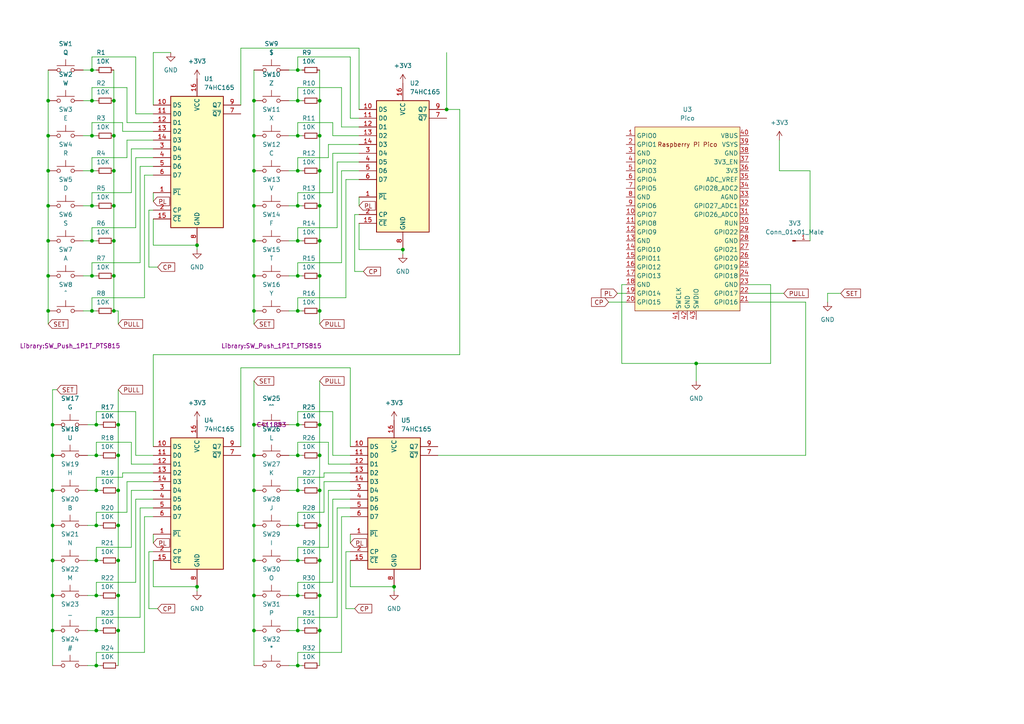
<source format=kicad_sch>
(kicad_sch (version 20211123) (generator eeschema)
  (paper "A4")
  (lib_symbols
    (symbol "74xx:74HC165"
      (property "Reference" "U" (at -7.62 19.05 0))
      (property "Value" "74HC165" (at -7.62 -21.59 0))
      (symbol "74HC165_1_0"
        (pin input line (at -12.7 -10.16 0) (length 5.08) (name "~{PL}") (number "1"))
        (pin input line (at -12.7 15.24 0) (length 5.08) (name "DS") (number "10"))
        (pin input line (at -12.7 12.7 0) (length 5.08) (name "D0") (number "11"))
        (pin input line (at -12.7 10.16 0) (length 5.08) (name "D1") (number "12"))
        (pin input line (at -12.7 7.62 0) (length 5.08) (name "D2") (number "13"))
        (pin input line (at -12.7 5.08 0) (length 5.08) (name "D3") (number "14"))
        (pin input line (at -12.7 -17.78 0) (length 5.08) (name "~{CE}") (number "15"))
        (pin power_in line (at 0 22.86 270) (length 5.08) (name "VCC") (number "16"))
        (pin input line (at -12.7 -15.24 0) (length 5.08) (name "CP") (number "2"))
        (pin input line (at -12.7 2.54 0) (length 5.08) (name "D4") (number "3"))
        (pin input line (at -12.7 0 0) (length 5.08) (name "D5") (number "4"))
        (pin input line (at -12.7 -2.54 0) (length 5.08) (name "D6") (number "5"))
        (pin input line (at -12.7 -5.08 0) (length 5.08) (name "D7") (number "6"))
        (pin output line (at 12.7 12.7 180) (length 5.08) (name "~{Q7}") (number "7"))
        (pin power_in line (at 0 -25.4 90) (length 5.08) (name "GND") (number "8"))
        (pin output line (at 12.7 15.24 180) (length 5.08) (name "Q7") (number "9"))
      )
      (symbol "74HC165_1_1"
        (rectangle (start -7.62 17.78) (end 7.62 -20.32) (stroke (width 0.254)) (fill (type background)))
      )
    )
    (symbol "Connector:Conn_01x01_Male" (pin_names (offset 1.016) hide)
      (property "Reference" "J" (at 0 2.54 0))
      (property "Value" "Conn_01x01_Male" (at 0 -2.54 0))
      (symbol "Conn_01x01_Male_1_1"
        (polyline (pts (xy 1.27 0) (xy 0.8636 0)) (stroke (width 0.1524)))
        (rectangle (start 0.8636 0.127) (end 0 -0.127) (stroke (width 0.1524)) (fill (type outline)))
        (pin passive line (at 5.08 0 180) (length 3.81) (name "Pin_1") (number "1"))
      )
    )
    (symbol "Device:R_Small" (pin_numbers hide) (pin_names (offset 0.254) hide)
      (property "Reference" "R" (at 0.762 0.508 0))
      (property "Value" "R_Small" (at 0.762 -1.016 0))
      (symbol "R_Small_0_1"
        (rectangle (start -0.762 1.778) (end 0.762 -1.778) (stroke (width 0.2032)))
      )
      (symbol "R_Small_1_1"
        (pin passive line (at 0 2.54 270) (length 0.762) (name "~") (number "1"))
        (pin passive line (at 0 -2.54 90) (length 0.762) (name "~") (number "2"))
      )
    )
    (symbol "MCU_RaspberryPi_and_Boards:Pico"
      (property "Reference" "U" (at -13.97 27.94 0))
      (property "Value" "Pico" (at 0 19.05 0))
      (symbol "Pico_0_0"
        (text "Raspberry Pi Pico" (at 0 21.59 0) (effects (font (size 1.27 1.27))))
      )
      (symbol "Pico_0_1"
        (rectangle (start -15.24 26.67) (end 15.24 -26.67) (fill (type background)))
      )
      (symbol "Pico_1_1"
        (pin bidirectional line (at -17.78 24.13 0) (length 2.54) (name "GPIO0") (number "1"))
        (pin bidirectional line (at -17.78 1.27 0) (length 2.54) (name "GPIO7") (number "10"))
        (pin bidirectional line (at -17.78 -1.27 0) (length 2.54) (name "GPIO8") (number "11"))
        (pin bidirectional line (at -17.78 -3.81 0) (length 2.54) (name "GPIO9") (number "12"))
        (pin power_in line (at -17.78 -6.35 0) (length 2.54) (name "GND") (number "13"))
        (pin bidirectional line (at -17.78 -8.89 0) (length 2.54) (name "GPIO10") (number "14"))
        (pin bidirectional line (at -17.78 -11.43 0) (length 2.54) (name "GPIO11") (number "15"))
        (pin bidirectional line (at -17.78 -13.97 0) (length 2.54) (name "GPIO12") (number "16"))
        (pin bidirectional line (at -17.78 -16.51 0) (length 2.54) (name "GPIO13") (number "17"))
        (pin power_in line (at -17.78 -19.05 0) (length 2.54) (name "GND") (number "18"))
        (pin bidirectional line (at -17.78 -21.59 0) (length 2.54) (name "GPIO14") (number "19"))
        (pin bidirectional line (at -17.78 21.59 0) (length 2.54) (name "GPIO1") (number "2"))
        (pin bidirectional line (at -17.78 -24.13 0) (length 2.54) (name "GPIO15") (number "20"))
        (pin bidirectional line (at 17.78 -24.13 180) (length 2.54) (name "GPIO16") (number "21"))
        (pin bidirectional line (at 17.78 -21.59 180) (length 2.54) (name "GPIO17") (number "22"))
        (pin power_in line (at 17.78 -19.05 180) (length 2.54) (name "GND") (number "23"))
        (pin bidirectional line (at 17.78 -16.51 180) (length 2.54) (name "GPIO18") (number "24"))
        (pin bidirectional line (at 17.78 -13.97 180) (length 2.54) (name "GPIO19") (number "25"))
        (pin bidirectional line (at 17.78 -11.43 180) (length 2.54) (name "GPIO20") (number "26"))
        (pin bidirectional line (at 17.78 -8.89 180) (length 2.54) (name "GPIO21") (number "27"))
        (pin power_in line (at 17.78 -6.35 180) (length 2.54) (name "GND") (number "28"))
        (pin bidirectional line (at 17.78 -3.81 180) (length 2.54) (name "GPIO22") (number "29"))
        (pin power_in line (at -17.78 19.05 0) (length 2.54) (name "GND") (number "3"))
        (pin input line (at 17.78 -1.27 180) (length 2.54) (name "RUN") (number "30"))
        (pin bidirectional line (at 17.78 1.27 180) (length 2.54) (name "GPIO26_ADC0") (number "31"))
        (pin bidirectional line (at 17.78 3.81 180) (length 2.54) (name "GPIO27_ADC1") (number "32"))
        (pin power_in line (at 17.78 6.35 180) (length 2.54) (name "AGND") (number "33"))
        (pin bidirectional line (at 17.78 8.89 180) (length 2.54) (name "GPIO28_ADC2") (number "34"))
        (pin power_in line (at 17.78 11.43 180) (length 2.54) (name "ADC_VREF") (number "35"))
        (pin power_in line (at 17.78 13.97 180) (length 2.54) (name "3V3") (number "36"))
        (pin input line (at 17.78 16.51 180) (length 2.54) (name "3V3_EN") (number "37"))
        (pin bidirectional line (at 17.78 19.05 180) (length 2.54) (name "GND") (number "38"))
        (pin power_in line (at 17.78 21.59 180) (length 2.54) (name "VSYS") (number "39"))
        (pin bidirectional line (at -17.78 16.51 0) (length 2.54) (name "GPIO2") (number "4"))
        (pin power_in line (at 17.78 24.13 180) (length 2.54) (name "VBUS") (number "40"))
        (pin input line (at -2.54 -29.21 90) (length 2.54) (name "SWCLK") (number "41"))
        (pin power_in line (at 0 -29.21 90) (length 2.54) (name "GND") (number "42"))
        (pin bidirectional line (at 2.54 -29.21 90) (length 2.54) (name "SWDIO") (number "43"))
        (pin bidirectional line (at -17.78 13.97 0) (length 2.54) (name "GPIO3") (number "5"))
        (pin bidirectional line (at -17.78 11.43 0) (length 2.54) (name "GPIO4") (number "6"))
        (pin bidirectional line (at -17.78 8.89 0) (length 2.54) (name "GPIO5") (number "7"))
        (pin power_in line (at -17.78 6.35 0) (length 2.54) (name "GND") (number "8"))
        (pin bidirectional line (at -17.78 3.81 0) (length 2.54) (name "GPIO6") (number "9"))
      )
    )
    (symbol "Switch:SW_Push" (pin_numbers hide) (pin_names (offset 1.016) hide)
      (property "Reference" "SW" (at 1.27 2.54 0))
      (property "Value" "SW_Push" (at 0 -1.524 0))
      (symbol "SW_Push_0_1"
        (circle (center -2.032 0) (radius 0.508))
        (polyline (pts (xy 0 1.27) (xy 0 3.048)))
        (polyline (pts (xy 2.54 1.27) (xy -2.54 1.27)))
        (circle (center 2.032 0) (radius 0.508))
        (pin passive line (at -5.08 0 0) (length 2.54) (name "1") (number "1"))
        (pin passive line (at 5.08 0 180) (length 2.54) (name "2") (number "2"))
      )
    )
    (symbol "power:+3V3" (power) (pin_names (offset 0))
      (property "Value" "+3V3" (at 0 3.556 0))
      (symbol "+3V3_0_1"
        (polyline (pts (xy -0.762 1.27) (xy 0 2.54)))
        (polyline (pts (xy 0 0) (xy 0 2.54)))
        (polyline (pts (xy 0 2.54) (xy 0.762 1.27)))
      )
      (symbol "+3V3_1_1"
        (pin power_in line (at 0 0 90) (length 0) hide (name "+3V3") (number "1"))
      )
    )
    (symbol "power:GND" (power) (pin_names (offset 0))
      (property "Value" "GND" (at 0 -3.81 0))
      (symbol "GND_0_1"
        (polyline (pts (xy 0 0) (xy 0 -1.27) (xy 1.27 -1.27) (xy 0 -2.54) (xy -1.27 -1.27) (xy 0 -1.27)))
      )
      (symbol "GND_1_1"
        (pin power_in line (at 0 0 270) (length 0) hide (name "GND") (number "1"))
      )
    )
  )
  (junction (at 26.67 90.17))
  (junction (at 73.66 172.72))
  (junction (at 13.97 29.21))
  (junction (at 26.67 29.21))
  (junction (at 27.94 182.88))
  (junction (at 15.24 162.56))
  (junction (at 34.29 172.72))
  (junction (at 73.66 162.56))
  (junction (at 13.97 59.69))
  (junction (at 73.66 182.88))
  (junction (at 73.66 142.24))
  (junction (at 92.71 162.56))
  (junction (at 33.02 29.21))
  (junction (at 13.97 90.17))
  (junction (at 86.36 69.85))
  (junction (at 15.24 142.24))
  (junction (at 86.36 193.04))
  (junction (at 34.29 182.88))
  (junction (at 15.24 172.72))
  (junction (at 92.71 39.37))
  (junction (at 13.97 80.01))
  (junction (at 116.84 72.39))
  (junction (at 73.66 132.08))
  (junction (at 26.67 20.32))
  (junction (at 86.36 59.69))
  (junction (at 92.71 152.4))
  (junction (at 73.66 69.85))
  (junction (at 86.36 29.21))
  (junction (at 92.71 69.85))
  (junction (at 86.36 172.72))
  (junction (at 33.02 59.69))
  (junction (at 27.94 152.4))
  (junction (at 26.67 80.01))
  (junction (at 26.67 49.53))
  (junction (at 27.94 193.04))
  (junction (at 86.36 123.19))
  (junction (at 73.66 29.21))
  (junction (at 73.66 90.17))
  (junction (at 92.71 49.53))
  (junction (at 73.66 123.19))
  (junction (at 15.24 123.19))
  (junction (at 33.02 39.37))
  (junction (at 73.66 39.37))
  (junction (at 86.36 152.4))
  (junction (at 86.36 182.88))
  (junction (at 34.29 152.4))
  (junction (at 27.94 123.19))
  (junction (at 86.36 49.53))
  (junction (at 129.54 31.75))
  (junction (at 33.02 49.53))
  (junction (at 201.93 105.41))
  (junction (at 86.36 90.17))
  (junction (at 26.67 69.85))
  (junction (at 92.71 172.72))
  (junction (at 57.15 71.12))
  (junction (at 73.66 80.01))
  (junction (at 73.66 152.4))
  (junction (at 86.36 142.24))
  (junction (at 27.94 132.08))
  (junction (at 92.71 142.24))
  (junction (at 34.29 132.08))
  (junction (at 86.36 132.08))
  (junction (at 13.97 69.85))
  (junction (at 114.3 170.18))
  (junction (at 34.29 162.56))
  (junction (at 92.71 132.08))
  (junction (at 26.67 39.37))
  (junction (at 86.36 80.01))
  (junction (at 86.36 162.56))
  (junction (at 73.66 59.69))
  (junction (at 15.24 132.08))
  (junction (at 57.15 170.18))
  (junction (at 13.97 39.37))
  (junction (at 86.36 20.32))
  (junction (at 92.71 29.21))
  (junction (at 34.29 123.19))
  (junction (at 86.36 39.37))
  (junction (at 15.24 182.88))
  (junction (at 92.71 80.01))
  (junction (at 73.66 49.53))
  (junction (at 92.71 123.19))
  (junction (at 34.29 142.24))
  (junction (at 26.67 59.69))
  (junction (at 92.71 59.69))
  (junction (at 27.94 172.72))
  (junction (at 33.02 69.85))
  (junction (at 92.71 90.17))
  (junction (at 33.02 90.17))
  (junction (at 33.02 80.01))
  (junction (at 15.24 152.4))
  (junction (at 92.71 182.88))
  (junction (at 13.97 49.53))
  (junction (at 27.94 162.56))
  (junction (at 27.94 142.24))
  (wire (pts (xy 86.36 80.01) (xy 83.82 80.01)))
  (wire (pts (xy 99.06 149.86) (xy 101.6 149.86)))
  (wire (pts (xy 87.63 172.72) (xy 86.36 172.72)))
  (wire (pts (xy 86.36 138.43) (xy 86.36 142.24)))
  (wire (pts (xy 104.14 52.07) (xy 100.33 52.07)))
  (wire (pts (xy 44.45 55.88) (xy 44.45 58.42)))
  (wire (pts (xy 35.56 35.56) (xy 26.67 35.56)))
  (wire (pts (xy 86.36 182.88) (xy 83.82 182.88)))
  (wire (pts (xy 226.06 49.53) (xy 226.06 40.64)))
  (wire (pts (xy 86.36 189.23) (xy 86.36 193.04)))
  (wire (pts (xy 15.24 172.72) (xy 15.24 182.88)))
  (wire (pts (xy 33.02 20.32) (xy 33.02 29.21)))
  (wire (pts (xy 96.52 144.78) (xy 101.6 144.78)))
  (wire (pts (xy 93.98 138.43) (xy 86.36 138.43)))
  (wire (pts (xy 26.67 86.36) (xy 26.67 90.17)))
  (wire (pts (xy 86.36 35.56) (xy 86.36 39.37)))
  (wire (pts (xy 27.94 182.88) (xy 25.4 182.88)))
  (wire (pts (xy 86.36 152.4) (xy 83.82 152.4)))
  (wire (pts (xy 86.36 29.21) (xy 83.82 29.21)))
  (wire (pts (xy 73.66 59.69) (xy 73.66 69.85)))
  (wire (pts (xy 38.1 134.62) (xy 44.45 134.62)))
  (wire (pts (xy 73.66 80.01) (xy 73.66 90.17)))
  (wire (pts (xy 38.1 43.18) (xy 44.45 43.18)))
  (wire (pts (xy 92.71 59.69) (xy 92.71 69.85)))
  (wire (pts (xy 34.29 123.19) (xy 34.29 132.08)))
  (wire (pts (xy 217.17 85.09) (xy 227.33 85.09)))
  (wire (pts (xy 69.85 30.48) (xy 69.85 13.97)))
  (wire (pts (xy 73.66 152.4) (xy 73.66 162.56)))
  (wire (pts (xy 86.36 20.32) (xy 83.82 20.32)))
  (wire (pts (xy 96.52 35.56) (xy 86.36 35.56)))
  (wire (pts (xy 33.02 29.21) (xy 33.02 39.37)))
  (wire (pts (xy 27.94 123.19) (xy 25.4 123.19)))
  (wire (pts (xy 13.97 29.21) (xy 13.97 39.37)))
  (wire (pts (xy 38.1 158.75) (xy 38.1 142.24)))
  (wire (pts (xy 34.29 162.56) (xy 34.29 172.72)))
  (wire (pts (xy 34.29 142.24) (xy 34.29 152.4)))
  (wire (pts (xy 39.37 45.72) (xy 44.45 45.72)))
  (wire (pts (xy 99.06 36.83) (xy 99.06 25.4)))
  (wire (pts (xy 34.29 113.03) (xy 34.29 123.19)))
  (wire (pts (xy 40.64 48.26) (xy 44.45 48.26)))
  (wire (pts (xy 92.71 132.08) (xy 92.71 142.24)))
  (wire (pts (xy 86.36 59.69) (xy 83.82 59.69)))
  (wire (pts (xy 95.25 158.75) (xy 86.36 158.75)))
  (wire (pts (xy 13.97 90.17) (xy 13.97 93.98)))
  (wire (pts (xy 41.91 149.86) (xy 41.91 189.23)))
  (wire (pts (xy 92.71 152.4) (xy 92.71 162.56)))
  (wire (pts (xy 127 132.08) (xy 233.68 132.08)))
  (wire (pts (xy 92.71 69.85) (xy 92.71 80.01)))
  (wire (pts (xy 87.63 29.21) (xy 86.36 29.21)))
  (wire (pts (xy 92.71 142.24) (xy 92.71 152.4)))
  (wire (pts (xy 101.6 16.51) (xy 86.36 16.51)))
  (wire (pts (xy 92.71 182.88) (xy 92.71 193.04)))
  (wire (pts (xy 96.52 119.38) (xy 86.36 119.38)))
  (wire (pts (xy 15.24 152.4) (xy 15.24 162.56)))
  (wire (pts (xy 34.29 93.98) (xy 34.29 90.17)))
  (wire (pts (xy 129.54 31.75) (xy 133.35 31.75)))
  (wire (pts (xy 27.94 179.07) (xy 27.94 182.88)))
  (wire (pts (xy 92.71 80.01) (xy 92.71 90.17)))
  (wire (pts (xy 101.6 162.56) (xy 101.6 170.18)))
  (wire (pts (xy 96.52 132.08) (xy 101.6 132.08)))
  (wire (pts (xy 44.45 63.5) (xy 44.45 71.12)))
  (wire (pts (xy 86.36 76.2) (xy 86.36 80.01)))
  (wire (pts (xy 87.63 132.08) (xy 86.36 132.08)))
  (wire (pts (xy 73.66 123.19) (xy 73.66 132.08)))
  (wire (pts (xy 26.67 66.04) (xy 26.67 69.85)))
  (wire (pts (xy 100.33 160.02) (xy 100.33 176.53)))
  (wire (pts (xy 34.29 90.17) (xy 33.02 90.17)))
  (wire (pts (xy 104.14 57.15) (xy 104.14 59.69)))
  (wire (pts (xy 104.14 39.37) (xy 96.52 39.37)))
  (wire (pts (xy 27.94 158.75) (xy 27.94 162.56)))
  (wire (pts (xy 36.83 139.7) (xy 36.83 148.59)))
  (wire (pts (xy 104.14 49.53) (xy 99.06 49.53)))
  (wire (pts (xy 44.45 102.87) (xy 44.45 129.54)))
  (wire (pts (xy 39.37 119.38) (xy 39.37 132.08)))
  (wire (pts (xy 44.45 30.48) (xy 44.45 15.24)))
  (wire (pts (xy 39.37 144.78) (xy 44.45 144.78)))
  (wire (pts (xy 44.45 15.24) (xy 49.53 15.24)))
  (wire (pts (xy 87.63 90.17) (xy 86.36 90.17)))
  (wire (pts (xy 44.45 139.7) (xy 36.83 139.7)))
  (wire (pts (xy 95.25 158.75) (xy 95.25 142.24)))
  (wire (pts (xy 92.71 20.32) (xy 92.71 29.21)))
  (wire (pts (xy 86.36 168.91) (xy 86.36 172.72)))
  (wire (pts (xy 13.97 20.32) (xy 13.97 29.21)))
  (wire (pts (xy 27.94 142.24) (xy 25.4 142.24)))
  (wire (pts (xy 13.97 80.01) (xy 13.97 90.17)))
  (wire (pts (xy 44.45 35.56) (xy 36.83 35.56)))
  (wire (pts (xy 86.36 25.4) (xy 86.36 29.21)))
  (wire (pts (xy 41.91 50.8) (xy 41.91 86.36)))
  (wire (pts (xy 97.79 147.32) (xy 101.6 147.32)))
  (wire (pts (xy 73.66 182.88) (xy 73.66 193.04)))
  (wire (pts (xy 27.94 49.53) (xy 26.67 49.53)))
  (wire (pts (xy 73.66 90.17) (xy 73.66 93.98)))
  (wire (pts (xy 86.36 16.51) (xy 86.36 20.32)))
  (wire (pts (xy 87.63 182.88) (xy 86.36 182.88)))
  (wire (pts (xy 95.25 41.91) (xy 95.25 45.72)))
  (wire (pts (xy 97.79 179.07) (xy 97.79 147.32)))
  (wire (pts (xy 44.45 170.18) (xy 57.15 170.18)))
  (wire (pts (xy 36.83 25.4) (xy 26.67 25.4)))
  (wire (pts (xy 99.06 49.53) (xy 99.06 76.2)))
  (wire (pts (xy 26.67 39.37) (xy 24.13 39.37)))
  (wire (pts (xy 95.25 45.72) (xy 86.36 45.72)))
  (wire (pts (xy 26.67 29.21) (xy 24.13 29.21)))
  (wire (pts (xy 92.71 39.37) (xy 92.71 49.53)))
  (wire (pts (xy 180.34 82.55) (xy 181.61 82.55)))
  (wire (pts (xy 101.6 106.68) (xy 101.6 129.54)))
  (wire (pts (xy 27.94 152.4) (xy 25.4 152.4)))
  (wire (pts (xy 15.24 123.19) (xy 15.24 132.08)))
  (wire (pts (xy 73.66 69.85) (xy 73.66 80.01)))
  (wire (pts (xy 15.24 142.24) (xy 15.24 152.4)))
  (wire (pts (xy 15.24 132.08) (xy 15.24 142.24)))
  (wire (pts (xy 96.52 55.88) (xy 86.36 55.88)))
  (wire (pts (xy 92.71 49.53) (xy 92.71 59.69)))
  (wire (pts (xy 29.21 123.19) (xy 27.94 123.19)))
  (wire (pts (xy 33.02 80.01) (xy 33.02 90.17)))
  (wire (pts (xy 33.02 39.37) (xy 33.02 49.53)))
  (wire (pts (xy 44.45 60.96) (xy 43.18 60.96)))
  (wire (pts (xy 201.93 105.41) (xy 201.93 110.49)))
  (wire (pts (xy 73.66 132.08) (xy 73.66 142.24)))
  (wire (pts (xy 33.02 59.69) (xy 33.02 69.85)))
  (wire (pts (xy 39.37 168.91) (xy 39.37 144.78)))
  (wire (pts (xy 27.94 148.59) (xy 27.94 152.4)))
  (wire (pts (xy 39.37 168.91) (xy 27.94 168.91)))
  (wire (pts (xy 86.36 179.07) (xy 86.36 182.88)))
  (wire (pts (xy 92.71 172.72) (xy 92.71 182.88)))
  (wire (pts (xy 87.63 39.37) (xy 86.36 39.37)))
  (wire (pts (xy 87.63 20.32) (xy 86.36 20.32)))
  (wire (pts (xy 97.79 46.99) (xy 97.79 66.04)))
  (wire (pts (xy 240.03 87.63) (xy 240.03 85.09)))
  (wire (pts (xy 40.64 76.2) (xy 26.67 76.2)))
  (wire (pts (xy 99.06 25.4) (xy 86.36 25.4)))
  (wire (pts (xy 92.71 123.19) (xy 92.71 132.08)))
  (wire (pts (xy 26.67 35.56) (xy 26.67 39.37)))
  (wire (pts (xy 102.87 78.74) (xy 105.41 78.74)))
  (wire (pts (xy 234.95 49.53) (xy 234.95 69.85)))
  (wire (pts (xy 26.67 45.72) (xy 26.67 49.53)))
  (wire (pts (xy 86.36 45.72) (xy 86.36 49.53)))
  (wire (pts (xy 43.18 176.53) (xy 45.72 176.53)))
  (wire (pts (xy 27.94 90.17) (xy 26.67 90.17)))
  (wire (pts (xy 86.36 142.24) (xy 83.82 142.24)))
  (wire (pts (xy 86.36 119.38) (xy 86.36 123.19)))
  (wire (pts (xy 86.36 123.19) (xy 83.82 123.19)))
  (wire (pts (xy 27.94 128.27) (xy 27.94 132.08)))
  (wire (pts (xy 26.67 76.2) (xy 26.67 80.01)))
  (wire (pts (xy 39.37 33.02) (xy 44.45 33.02)))
  (wire (pts (xy 38.1 43.18) (xy 38.1 55.88)))
  (wire (pts (xy 92.71 29.21) (xy 92.71 39.37)))
  (wire (pts (xy 223.52 82.55) (xy 217.17 82.55)))
  (wire (pts (xy 35.56 137.16) (xy 35.56 138.43)))
  (wire (pts (xy 73.66 142.24) (xy 73.66 152.4)))
  (wire (pts (xy 86.36 158.75) (xy 86.36 162.56)))
  (wire (pts (xy 180.34 105.41) (xy 201.93 105.41)))
  (wire (pts (xy 15.24 113.03) (xy 15.24 123.19)))
  (wire (pts (xy 99.06 189.23) (xy 86.36 189.23)))
  (wire (pts (xy 27.94 29.21) (xy 26.67 29.21)))
  (wire (pts (xy 43.18 60.96) (xy 43.18 77.47)))
  (wire (pts (xy 39.37 16.51) (xy 26.67 16.51)))
  (wire (pts (xy 92.71 110.49) (xy 92.71 123.19)))
  (wire (pts (xy 133.35 31.75) (xy 133.35 102.87)))
  (wire (pts (xy 104.14 13.97) (xy 69.85 13.97)))
  (wire (pts (xy 38.1 142.24) (xy 44.45 142.24)))
  (wire (pts (xy 133.35 102.87) (xy 44.45 102.87)))
  (wire (pts (xy 44.45 154.94) (xy 44.45 157.48)))
  (wire (pts (xy 44.45 162.56) (xy 44.45 170.18)))
  (wire (pts (xy 27.94 172.72) (xy 25.4 172.72)))
  (wire (pts (xy 86.36 148.59) (xy 86.36 152.4)))
  (wire (pts (xy 26.67 59.69) (xy 24.13 59.69)))
  (wire (pts (xy 57.15 72.39) (xy 57.15 71.12)))
  (wire (pts (xy 96.52 119.38) (xy 96.52 132.08)))
  (wire (pts (xy 43.18 77.47) (xy 45.72 77.47)))
  (wire (pts (xy 73.66 110.49) (xy 73.66 123.19)))
  (wire (pts (xy 95.25 128.27) (xy 95.25 134.62)))
  (wire (pts (xy 29.21 172.72) (xy 27.94 172.72)))
  (wire (pts (xy 16.51 113.03) (xy 15.24 113.03)))
  (wire (pts (xy 86.36 90.17) (xy 83.82 90.17)))
  (wire (pts (xy 73.66 39.37) (xy 73.66 49.53)))
  (wire (pts (xy 104.14 36.83) (xy 99.06 36.83)))
  (wire (pts (xy 101.6 154.94) (xy 101.6 157.48)))
  (wire (pts (xy 87.63 152.4) (xy 86.36 152.4)))
  (wire (pts (xy 29.21 132.08) (xy 27.94 132.08)))
  (wire (pts (xy 86.36 128.27) (xy 86.36 132.08)))
  (wire (pts (xy 223.52 105.41) (xy 223.52 82.55)))
  (wire (pts (xy 36.83 45.72) (xy 26.67 45.72)))
  (wire (pts (xy 86.36 132.08) (xy 83.82 132.08)))
  (wire (pts (xy 92.71 90.17) (xy 92.71 93.98)))
  (wire (pts (xy 13.97 49.53) (xy 13.97 59.69)))
  (wire (pts (xy 95.25 128.27) (xy 86.36 128.27)))
  (wire (pts (xy 34.29 172.72) (xy 34.29 182.88)))
  (wire (pts (xy 40.64 48.26) (xy 40.64 76.2)))
  (wire (pts (xy 95.25 134.62) (xy 101.6 134.62)))
  (wire (pts (xy 101.6 139.7) (xy 93.98 139.7)))
  (wire (pts (xy 27.94 162.56) (xy 25.4 162.56)))
  (wire (pts (xy 86.36 69.85) (xy 83.82 69.85)))
  (wire (pts (xy 86.36 49.53) (xy 83.82 49.53)))
  (wire (pts (xy 101.6 160.02) (xy 100.33 160.02)))
  (wire (pts (xy 233.68 87.63) (xy 217.17 87.63)))
  (wire (pts (xy 40.64 179.07) (xy 40.64 147.32)))
  (wire (pts (xy 201.93 105.41) (xy 223.52 105.41)))
  (wire (pts (xy 86.36 86.36) (xy 86.36 90.17)))
  (wire (pts (xy 240.03 85.09) (xy 243.84 85.09)))
  (wire (pts (xy 44.45 38.1) (xy 35.56 38.1)))
  (wire (pts (xy 87.63 123.19) (xy 86.36 123.19)))
  (wire (pts (xy 104.14 64.77) (xy 104.14 72.39)))
  (wire (pts (xy 27.94 20.32) (xy 26.67 20.32)))
  (wire (pts (xy 26.67 55.88) (xy 26.67 59.69)))
  (wire (pts (xy 27.94 69.85) (xy 26.67 69.85)))
  (wire (pts (xy 101.6 34.29) (xy 101.6 16.51)))
  (wire (pts (xy 87.63 80.01) (xy 86.36 80.01)))
  (wire (pts (xy 40.64 179.07) (xy 27.94 179.07)))
  (wire (pts (xy 36.83 40.64) (xy 36.83 45.72)))
  (wire (pts (xy 41.91 86.36) (xy 26.67 86.36)))
  (wire (pts (xy 86.36 172.72) (xy 83.82 172.72)))
  (wire (pts (xy 116.84 73.66) (xy 116.84 72.39)))
  (wire (pts (xy 33.02 49.53) (xy 33.02 59.69)))
  (wire (pts (xy 93.98 148.59) (xy 86.36 148.59)))
  (wire (pts (xy 29.21 162.56) (xy 27.94 162.56)))
  (wire (pts (xy 96.52 168.91) (xy 86.36 168.91)))
  (wire (pts (xy 87.63 49.53) (xy 86.36 49.53)))
  (wire (pts (xy 101.6 170.18) (xy 114.3 170.18)))
  (wire (pts (xy 27.94 59.69) (xy 26.67 59.69)))
  (wire (pts (xy 69.85 106.68) (xy 101.6 106.68)))
  (wire (pts (xy 86.36 193.04) (xy 83.82 193.04)))
  (wire (pts (xy 69.85 106.68) (xy 69.85 129.54)))
  (wire (pts (xy 34.29 182.88) (xy 34.29 193.04)))
  (wire (pts (xy 39.37 119.38) (xy 27.94 119.38)))
  (wire (pts (xy 27.94 132.08) (xy 25.4 132.08)))
  (wire (pts (xy 29.21 193.04) (xy 27.94 193.04)))
  (wire (pts (xy 92.71 162.56) (xy 92.71 172.72)))
  (wire (pts (xy 36.83 40.64) (xy 44.45 40.64)))
  (wire (pts (xy 97.79 66.04) (xy 86.36 66.04)))
  (wire (pts (xy 27.94 119.38) (xy 27.94 123.19)))
  (wire (pts (xy 104.14 46.99) (xy 97.79 46.99)))
  (wire (pts (xy 96.52 168.91) (xy 96.52 144.78)))
  (wire (pts (xy 41.91 189.23) (xy 27.94 189.23)))
  (wire (pts (xy 104.14 62.23) (xy 102.87 62.23)))
  (wire (pts (xy 26.67 49.53) (xy 24.13 49.53)))
  (wire (pts (xy 95.25 142.24) (xy 101.6 142.24)))
  (wire (pts (xy 29.21 152.4) (xy 27.94 152.4)))
  (wire (pts (xy 13.97 59.69) (xy 13.97 69.85)))
  (wire (pts (xy 114.3 171.45) (xy 114.3 170.18)))
  (wire (pts (xy 87.63 69.85) (xy 86.36 69.85)))
  (wire (pts (xy 27.94 80.01) (xy 26.67 80.01)))
  (wire (pts (xy 97.79 179.07) (xy 86.36 179.07)))
  (wire (pts (xy 100.33 176.53) (xy 102.87 176.53)))
  (wire (pts (xy 15.24 182.88) (xy 15.24 193.04)))
  (wire (pts (xy 35.56 38.1) (xy 35.56 35.56)))
  (wire (pts (xy 86.36 66.04) (xy 86.36 69.85)))
  (wire (pts (xy 226.06 49.53) (xy 234.95 49.53)))
  (wire (pts (xy 35.56 138.43) (xy 27.94 138.43)))
  (wire (pts (xy 100.33 86.36) (xy 86.36 86.36)))
  (wire (pts (xy 102.87 62.23) (xy 102.87 78.74)))
  (wire (pts (xy 101.6 137.16) (xy 93.98 137.16)))
  (wire (pts (xy 104.14 13.97) (xy 104.14 31.75)))
  (wire (pts (xy 26.67 80.01) (xy 24.13 80.01)))
  (wire (pts (xy 26.67 69.85) (xy 24.13 69.85)))
  (wire (pts (xy 27.94 39.37) (xy 26.67 39.37)))
  (wire (pts (xy 26.67 90.17) (xy 24.13 90.17)))
  (wire (pts (xy 39.37 45.72) (xy 39.37 66.04)))
  (wire (pts (xy 93.98 139.7) (xy 93.98 148.59)))
  (wire (pts (xy 87.63 193.04) (xy 86.36 193.04)))
  (wire (pts (xy 27.94 189.23) (xy 27.94 193.04)))
  (wire (pts (xy 38.1 128.27) (xy 27.94 128.27)))
  (wire (pts (xy 44.45 71.12) (xy 57.15 71.12)))
  (wire (pts (xy 73.66 162.56) (xy 73.66 172.72)))
  (wire (pts (xy 99.06 149.86) (xy 99.06 189.23)))
  (wire (pts (xy 38.1 158.75) (xy 27.94 158.75)))
  (wire (pts (xy 27.94 168.91) (xy 27.94 172.72)))
  (wire (pts (xy 104.14 34.29) (xy 101.6 34.29)))
  (wire (pts (xy 86.36 55.88) (xy 86.36 59.69)))
  (wire (pts (xy 87.63 142.24) (xy 86.36 142.24)))
  (wire (pts (xy 44.45 160.02) (xy 43.18 160.02)))
  (wire (pts (xy 41.91 149.86) (xy 44.45 149.86)))
  (wire (pts (xy 104.14 72.39) (xy 116.84 72.39)))
  (wire (pts (xy 39.37 132.08) (xy 44.45 132.08)))
  (wire (pts (xy 39.37 33.02) (xy 39.37 16.51)))
  (wire (pts (xy 99.06 76.2) (xy 86.36 76.2)))
  (wire (pts (xy 36.83 35.56) (xy 36.83 25.4)))
  (wire (pts (xy 26.67 20.32) (xy 24.13 20.32)))
  (wire (pts (xy 40.64 147.32) (xy 44.45 147.32)))
  (wire (pts (xy 96.52 44.45) (xy 96.52 55.88)))
  (wire (pts (xy 38.1 55.88) (xy 26.67 55.88)))
  (wire (pts (xy 86.36 39.37) (xy 83.82 39.37)))
  (wire (pts (xy 73.66 49.53) (xy 73.66 59.69)))
  (wire (pts (xy 104.14 44.45) (xy 96.52 44.45)))
  (wire (pts (xy 27.94 138.43) (xy 27.94 142.24)))
  (wire (pts (xy 57.15 171.45) (xy 57.15 170.18)))
  (wire (pts (xy 26.67 16.51) (xy 26.67 20.32)))
  (wire (pts (xy 43.18 160.02) (xy 43.18 176.53)))
  (wire (pts (xy 26.67 25.4) (xy 26.67 29.21)))
  (wire (pts (xy 15.24 162.56) (xy 15.24 172.72)))
  (wire (pts (xy 38.1 128.27) (xy 38.1 134.62)))
  (wire (pts (xy 34.29 152.4) (xy 34.29 162.56)))
  (wire (pts (xy 13.97 39.37) (xy 13.97 49.53)))
  (wire (pts (xy 27.94 193.04) (xy 25.4 193.04)))
  (wire (pts (xy 29.21 182.88) (xy 27.94 182.88)))
  (wire (pts (xy 73.66 172.72) (xy 73.66 182.88)))
  (wire (pts (xy 96.52 39.37) (xy 96.52 35.56)))
  (wire (pts (xy 87.63 59.69) (xy 86.36 59.69)))
  (wire (pts (xy 87.63 162.56) (xy 86.36 162.56)))
  (wire (pts (xy 100.33 52.07) (xy 100.33 86.36)))
  (wire (pts (xy 39.37 66.04) (xy 26.67 66.04)))
  (wire (pts (xy 73.66 20.32) (xy 73.66 29.21)))
  (wire (pts (xy 36.83 148.59) (xy 27.94 148.59)))
  (wire (pts (xy 13.97 69.85) (xy 13.97 80.01)))
  (wire (pts (xy 104.14 41.91) (xy 95.25 41.91)))
  (wire (pts (xy 34.29 132.08) (xy 34.29 142.24)))
  (wire (pts (xy 33.02 69.85) (xy 33.02 80.01)))
  (wire (pts (xy 73.66 29.21) (xy 73.66 39.37)))
  (wire (pts (xy 180.34 105.41) (xy 180.34 82.55)))
  (wire (pts (xy 233.68 87.63) (xy 233.68 132.08)))
  (wire (pts (xy 44.45 137.16) (xy 35.56 137.16)))
  (wire (pts (xy 41.91 50.8) (xy 44.45 50.8)))
  (wire (pts (xy 93.98 137.16) (xy 93.98 138.43)))
  (wire (pts (xy 29.21 142.24) (xy 27.94 142.24)))
  (wire (pts (xy 86.36 162.56) (xy 83.82 162.56)))
  (wire (pts (xy 179.07 85.09) (xy 181.61 85.09)))
  (wire (pts (xy 129.54 31.75) (xy 129.54 15.24)))
  (wire (pts (xy 176.53 87.63) (xy 181.61 87.63)))
  (global_label "PL" (shape input) (at 104.14 59.69 0) (property "Intersheet References" "${INTERSHEET_REFS}" (effects hide)))
  (global_label "CP" (shape input) (at 45.72 77.47 0) (property "Intersheet References" "${INTERSHEET_REFS}" (effects hide)))
  (global_label "SET" (shape input) (at 243.84 85.09 0) (property "Intersheet References" "${INTERSHEET_REFS}" (effects hide)))
  (global_label "PULL" (shape input) (at 92.71 110.49 0) (property "Intersheet References" "${INTERSHEET_REFS}" (effects hide)))
  (global_label "CP" (shape input) (at 176.53 87.63 180) (property "Intersheet References" "${INTERSHEET_REFS}" (effects hide)))
  (global_label "SET" (shape input) (at 13.97 93.98 0) (property "Intersheet References" "${INTERSHEET_REFS}" (effects hide)))
  (global_label "SET" (shape input) (at 16.51 113.03 0) (property "Intersheet References" "${INTERSHEET_REFS}" (effects hide)))
  (global_label "PL" (shape input) (at 44.45 157.48 0) (property "Intersheet References" "${INTERSHEET_REFS}" (effects hide)))
  (global_label "PULL" (shape input) (at 227.33 85.09 0) (property "Intersheet References" "${INTERSHEET_REFS}" (effects hide)))
  (global_label "SET" (shape input) (at 73.66 110.49 0) (property "Intersheet References" "${INTERSHEET_REFS}" (effects hide)))
  (global_label "CP" (shape input) (at 105.41 78.74 0) (property "Intersheet References" "${INTERSHEET_REFS}" (effects hide)))
  (global_label "PULL" (shape input) (at 34.29 113.03 0) (property "Intersheet References" "${INTERSHEET_REFS}" (effects hide)))
  (global_label "PL" (shape input) (at 44.45 58.42 0) (property "Intersheet References" "${INTERSHEET_REFS}" (effects hide)))
  (global_label "CP" (shape input) (at 102.87 176.53 0) (property "Intersheet References" "${INTERSHEET_REFS}" (effects hide)))
  (global_label "PL" (shape input) (at 179.07 85.09 180) (property "Intersheet References" "${INTERSHEET_REFS}" (effects hide)))
  (global_label "CP" (shape input) (at 45.72 176.53 0) (property "Intersheet References" "${INTERSHEET_REFS}" (effects hide)))
  (global_label "SET" (shape input) (at 73.66 93.98 0) (property "Intersheet References" "${INTERSHEET_REFS}" (effects hide)))
  (global_label "PULL" (shape input) (at 34.29 93.98 0) (property "Intersheet References" "${INTERSHEET_REFS}" (effects hide)))
  (global_label "PULL" (shape input) (at 92.71 93.98 0) (property "Intersheet References" "${INTERSHEET_REFS}" (effects hide)))
  (global_label "PL" (shape input) (at 101.6 157.48 0) (property "Intersheet References" "${INTERSHEET_REFS}" (effects hide)))
  (symbol (lib_id "Device:R_Small") (at 90.17 49.53 270) (mirror x) (unit 1)
    (property "Reference" "R12" (at 87.63 44.45 90) (effects (justify left)))
    (property "Value" "10K" (at 87.63 46.99 90) (effects (justify left)))
    (property "Footprint" "Resistor_SMD:R_0603_1608Metric" (effects hide))
  )
  (symbol (lib_id "Device:R_Small") (at 90.17 29.21 270) (mirror x) (unit 1)
    (property "Reference" "R10" (at 87.63 24.13 90) (effects (justify left)))
    (property "Value" "10K" (at 87.63 26.67 90) (effects (justify left)))
    (property "Footprint" "Resistor_SMD:R_0603_1608Metric" (effects hide))
  )
  (symbol (lib_id "Device:R_Small") (at 31.75 193.04 270) (mirror x) (unit 1)
    (property "Reference" "R24" (at 29.21 187.96 90) (effects (justify left)))
    (property "Value" "10K" (at 29.21 190.5 90) (effects (justify left)))
    (property "Footprint" "Resistor_SMD:R_0603_1608Metric" (effects hide))
  )
  (symbol (lib_id "Switch:SW_Push") (at 20.32 132.08 0) (mirror y) (unit 1)
    (property "Reference" "SW18" (at 20.32 124.46 0))
    (property "Value" "U" (at 20.32 127 0))
    (property "Footprint" "Library:SW_Push_1P1T_PTS815" (effects hide))
  )
  (symbol (lib_id "74xx:74HC165") (at 116.84 46.99 0) (unit 1)
    (property "Reference" "U2" (at 118.8594 24.13 0) (effects (justify left)))
    (property "Value" "74HC165" (at 118.8594 26.67 0) (effects (justify left)))
    (property "Footprint" "Library:SOIC-16_3.9x9.9mm_P1.27mm" (effects hide))
    (property "Datasheet" "https://assets.nexperia.com/documents/data-sheet/74HC_HCT165.pdf" (effects hide))
  )
  (symbol (lib_id "power:GND") (at 240.03 87.63 0) (unit 1)
    (property "Reference" "#PWR0112" (effects hide))
    (property "Value" "GND" (at 240.03 92.71 0))
  )
  (symbol (lib_id "Device:R_Small") (at 31.75 142.24 270) (mirror x) (unit 1)
    (property "Reference" "R19" (at 29.21 137.16 90) (effects (justify left)))
    (property "Value" "10K" (at 29.21 139.7 90) (effects (justify left)))
    (property "Footprint" "Resistor_SMD:R_0603_1608Metric" (effects hide))
  )
  (symbol (lib_id "power:GND") (at 201.93 110.49 0) (unit 1)
    (property "Reference" "#PWR0111" (effects hide))
    (property "Value" "GND" (at 201.93 115.57 0))
  )
  (symbol (lib_id "Device:R_Small") (at 90.17 162.56 270) (mirror x) (unit 1)
    (property "Reference" "R29" (at 87.63 157.48 90) (effects (justify left)))
    (property "Value" "10K" (at 87.63 160.02 90) (effects (justify left)))
    (property "Footprint" "Resistor_SMD:R_0603_1608Metric" (effects hide))
  )
  (symbol (lib_id "Switch:SW_Push") (at 20.32 142.24 0) (mirror y) (unit 1)
    (property "Reference" "SW19" (at 20.32 134.62 0))
    (property "Value" "H" (at 20.32 137.16 0))
    (property "Footprint" "Library:SW_Push_1P1T_PTS815" (effects hide))
  )
  (symbol (lib_id "Switch:SW_Push") (at 19.05 59.69 0) (mirror y) (unit 1)
    (property "Reference" "SW5" (at 19.05 52.07 0))
    (property "Value" "D" (at 19.05 54.61 0))
    (property "Footprint" "Library:SW_Push_1P1T_PTS815" (effects hide))
  )
  (symbol (lib_id "power:+3V3") (at 226.06 40.64 0) (unit 1)
    (property "Reference" "#PWR0103" (effects hide))
    (property "Value" "+3V3" (at 226.06 35.56 0))
  )
  (symbol (lib_id "Device:R_Small") (at 31.75 182.88 270) (mirror x) (unit 1)
    (property "Reference" "R23" (at 29.21 177.8 90) (effects (justify left)))
    (property "Value" "10K" (at 29.21 180.34 90) (effects (justify left)))
    (property "Footprint" "Resistor_SMD:R_0603_1608Metric" (effects hide))
  )
  (symbol (lib_id "Switch:SW_Push") (at 20.32 162.56 0) (mirror y) (unit 1)
    (property "Reference" "SW21" (at 20.32 154.94 0))
    (property "Value" "N" (at 20.32 157.48 0))
    (property "Footprint" "Library:SW_Push_1P1T_PTS815" (effects hide))
  )
  (symbol (lib_id "power:GND") (at 57.15 72.39 0) (unit 1)
    (property "Reference" "#PWR0102" (effects hide))
    (property "Value" "GND" (at 57.15 77.47 0))
  )
  (symbol (lib_id "Switch:SW_Push") (at 78.74 29.21 0) (mirror y) (unit 1)
    (property "Reference" "SW10" (at 78.74 21.59 0))
    (property "Value" "Z" (at 78.74 24.13 0))
    (property "Footprint" "Library:SW_Push_1P1T_PTS815" (effects hide))
  )
  (symbol (lib_id "Switch:SW_Push") (at 19.05 20.32 0) (mirror y) (unit 1)
    (property "Reference" "SW1" (at 19.05 12.7 0))
    (property "Value" "Q" (at 19.05 15.24 0))
    (property "Footprint" "Library:SW_Push_1P1T_PTS815" (at 19.05 -2.54 0))
  )
  (symbol (lib_id "Device:R_Small") (at 90.17 80.01 270) (mirror x) (unit 1)
    (property "Reference" "R15" (at 87.63 74.93 90) (effects (justify left)))
    (property "Value" "10K" (at 87.63 77.47 90) (effects (justify left)))
    (property "Footprint" "Resistor_SMD:R_0603_1608Metric" (effects hide))
  )
  (symbol (lib_id "Switch:SW_Push") (at 78.74 152.4 0) (mirror y) (unit 1)
    (property "Reference" "SW28" (at 78.74 144.78 0))
    (property "Value" "J" (at 78.74 147.32 0))
    (property "Footprint" "Library:SW_Push_1P1T_PTS815" (effects hide))
  )
  (symbol (lib_id "Device:R_Small") (at 90.17 123.19 270) (mirror x) (unit 1)
    (property "Reference" "R25" (at 87.63 118.11 90) (effects (justify left)))
    (property "Value" "10K" (at 87.63 120.65 90) (effects (justify left)))
    (property "Footprint" "Resistor_SMD:R_0603_1608Metric" (effects hide))
  )
  (symbol (lib_id "Switch:SW_Push") (at 78.74 162.56 0) (mirror y) (unit 1)
    (property "Reference" "SW29" (at 78.74 154.94 0))
    (property "Value" "I" (at 78.74 157.48 0))
    (property "Footprint" "Library:SW_Push_1P1T_PTS815" (effects hide))
  )
  (symbol (lib_id "Switch:SW_Push") (at 19.05 29.21 0) (mirror y) (unit 1)
    (property "Reference" "SW2" (at 19.05 21.59 0))
    (property "Value" "W" (at 19.05 24.13 0))
    (property "Footprint" "Library:SW_Push_1P1T_PTS815" (effects hide))
  )
  (symbol (lib_id "Device:R_Small") (at 90.17 142.24 270) (mirror x) (unit 1)
    (property "Reference" "R27" (at 87.63 137.16 90) (effects (justify left)))
    (property "Value" "10K" (at 87.63 139.7 90) (effects (justify left)))
    (property "Footprint" "Resistor_SMD:R_0603_1608Metric" (effects hide))
  )
  (symbol (lib_id "Device:R_Small") (at 90.17 39.37 270) (mirror x) (unit 1)
    (property "Reference" "R11" (at 87.63 34.29 90) (effects (justify left)))
    (property "Value" "10K" (at 87.63 36.83 90) (effects (justify left)))
    (property "Footprint" "Resistor_SMD:R_0603_1608Metric" (effects hide))
  )
  (symbol (lib_id "Switch:SW_Push") (at 20.32 123.19 0) (mirror y) (unit 1)
    (property "Reference" "SW17" (at 20.32 115.57 0))
    (property "Value" "G" (at 20.32 118.11 0))
    (property "Footprint" "Library:SW_Push_1P1T_PTS815" (at 20.32 100.33 0))
  )
  (symbol (lib_id "Switch:SW_Push") (at 78.74 20.32 0) (mirror y) (unit 1)
    (property "Reference" "SW9" (at 78.74 12.7 0))
    (property "Value" "$" (at 78.74 15.24 0))
    (property "Footprint" "Library:SW_Push_1P1T_PTS815" (at 78.74 -2.54 0))
  )
  (symbol (lib_id "Switch:SW_Push") (at 78.74 142.24 0) (mirror y) (unit 1)
    (property "Reference" "SW27" (at 78.74 134.62 0))
    (property "Value" "K" (at 78.74 137.16 0))
    (property "Footprint" "Library:SW_Push_1P1T_PTS815" (effects hide))
  )
  (symbol (lib_id "Device:R_Small") (at 90.17 20.32 270) (mirror x) (unit 1)
    (property "Reference" "R9" (at 87.63 15.24 90) (effects (justify left)))
    (property "Value" "10K" (at 87.63 17.78 90) (effects (justify left)))
    (property "Footprint" "Resistor_SMD:R_0603_1608Metric" (effects hide))
  )
  (symbol (lib_id "74xx:74HC165") (at 57.15 45.72 0) (unit 1)
    (property "Reference" "U1" (at 59.1694 22.86 0) (effects (justify left)))
    (property "Value" "74HC165" (at 59.1694 25.4 0) (effects (justify left)))
    (property "Footprint" "Library:SOIC-16_3.9x9.9mm_P1.27mm" (effects hide))
    (property "Datasheet" "https://assets.nexperia.com/documents/data-sheet/74HC_HCT165.pdf" (effects hide))
  )
  (symbol (lib_id "Device:R_Small") (at 30.48 59.69 270) (mirror x) (unit 1)
    (property "Reference" "R5" (at 27.94 54.61 90) (effects (justify left)))
    (property "Value" "10K" (at 27.94 57.15 90) (effects (justify left)))
    (property "Footprint" "Resistor_SMD:R_0603_1608Metric" (effects hide))
  )
  (symbol (lib_id "Device:R_Small") (at 31.75 152.4 270) (mirror x) (unit 1)
    (property "Reference" "R20" (at 29.21 147.32 90) (effects (justify left)))
    (property "Value" "10K" (at 29.21 149.86 90) (effects (justify left)))
    (property "Footprint" "Resistor_SMD:R_0603_1608Metric" (effects hide))
  )
  (symbol (lib_id "power:GND") (at 49.53 15.24 0) (unit 1)
    (property "Reference" "#PWR0106" (effects hide))
    (property "Value" "GND" (at 49.53 20.32 0))
  )
  (symbol (lib_id "power:+3V3") (at 116.84 24.13 0) (unit 1)
    (property "Reference" "#PWR0104" (effects hide))
    (property "Value" "+3V3" (at 116.84 19.05 0))
  )
  (symbol (lib_id "Device:R_Small") (at 90.17 193.04 270) (mirror x) (unit 1)
    (property "Reference" "R32" (at 87.63 187.96 90) (effects (justify left)))
    (property "Value" "10K" (at 87.63 190.5 90) (effects (justify left)))
    (property "Footprint" "Resistor_SMD:R_0603_1608Metric" (effects hide))
  )
  (symbol (lib_id "Switch:SW_Push") (at 78.74 123.19 0) (mirror y) (unit 1)
    (property "Reference" "SW25" (at 78.74 115.57 0))
    (property "Value" "^^" (at 78.74 118.11 0))
    (property "Footprint" "Library:SW_Push_1P1T_PTS815" (at 78.74 100.33 0))
    (property "LCSC" "C411883" (at 78.74 123.19 0))
  )
  (symbol (lib_id "Switch:SW_Push") (at 78.74 132.08 0) (mirror y) (unit 1)
    (property "Reference" "SW26" (at 78.74 124.46 0))
    (property "Value" "L" (at 78.74 127 0))
    (property "Footprint" "Library:SW_Push_1P1T_PTS815" (effects hide))
  )
  (symbol (lib_id "Device:R_Small") (at 31.75 132.08 270) (mirror x) (unit 1)
    (property "Reference" "R18" (at 29.21 127 90) (effects (justify left)))
    (property "Value" "10K" (at 29.21 129.54 90) (effects (justify left)))
    (property "Footprint" "Resistor_SMD:R_0603_1608Metric" (effects hide))
  )
  (symbol (lib_id "Switch:SW_Push") (at 20.32 193.04 0) (mirror y) (unit 1)
    (property "Reference" "SW24" (at 20.32 185.42 0))
    (property "Value" "#" (at 20.32 187.96 0))
    (property "Footprint" "Library:SW_Push_1P1T_PTS815" (effects hide))
  )
  (symbol (lib_id "74xx:74HC165") (at 114.3 144.78 0) (unit 1)
    (property "Reference" "U5" (at 116.3194 121.92 0) (effects (justify left)))
    (property "Value" "74HC165" (at 116.3194 124.46 0) (effects (justify left)))
    (property "Footprint" "Library:SOIC-16_3.9x9.9mm_P1.27mm" (effects hide))
    (property "Datasheet" "https://assets.nexperia.com/documents/data-sheet/74HC_HCT165.pdf" (effects hide))
  )
  (symbol (lib_id "Device:R_Small") (at 30.48 49.53 270) (mirror x) (unit 1)
    (property "Reference" "R4" (at 27.94 44.45 90) (effects (justify left)))
    (property "Value" "10K" (at 27.94 46.99 90) (effects (justify left)))
    (property "Footprint" "Resistor_SMD:R_0603_1608Metric" (effects hide))
  )
  (symbol (lib_id "Connector:Conn_01x01_Male") (at 229.87 69.85 0) (unit 1)
    (property "Reference" "3V3" (at 230.505 64.77 0))
    (property "Value" "Conn_01x01_Male" (at 230.505 67.31 0))
    (property "Footprint" "Connector_PinHeader_2.54mm:PinHeader_1x01_P2.54mm_Vertical" (effects hide))
  )
  (symbol (lib_id "power:GND") (at 114.3 171.45 0) (unit 1)
    (property "Reference" "#PWR0110" (effects hide))
    (property "Value" "GND" (at 114.3 176.53 0))
  )
  (symbol (lib_id "power:+3V3") (at 57.15 121.92 0) (unit 1)
    (property "Reference" "#PWR0107" (effects hide))
    (property "Value" "+3V3" (at 57.15 116.84 0))
  )
  (symbol (lib_id "Switch:SW_Push") (at 78.74 49.53 0) (mirror y) (unit 1)
    (property "Reference" "SW12" (at 78.74 41.91 0))
    (property "Value" "C" (at 78.74 44.45 0))
    (property "Footprint" "Library:SW_Push_1P1T_PTS815" (effects hide))
  )
  (symbol (lib_id "Device:R_Small") (at 90.17 152.4 270) (mirror x) (unit 1)
    (property "Reference" "R28" (at 87.63 147.32 90) (effects (justify left)))
    (property "Value" "10K" (at 87.63 149.86 90) (effects (justify left)))
    (property "Footprint" "Resistor_SMD:R_0603_1608Metric" (effects hide))
  )
  (symbol (lib_id "power:+3V3") (at 114.3 121.92 0) (unit 1)
    (property "Reference" "#PWR0109" (effects hide))
    (property "Value" "+3V3" (at 114.3 116.84 0))
  )
  (symbol (lib_id "Switch:SW_Push") (at 78.74 39.37 0) (mirror y) (unit 1)
    (property "Reference" "SW11" (at 78.74 31.75 0))
    (property "Value" "X" (at 78.74 34.29 0))
    (property "Footprint" "Library:SW_Push_1P1T_PTS815" (effects hide))
  )
  (symbol (lib_id "Switch:SW_Push") (at 20.32 182.88 0) (mirror y) (unit 1)
    (property "Reference" "SW23" (at 20.32 175.26 0))
    (property "Value" "_" (at 20.32 177.8 0))
    (property "Footprint" "Library:SW_Push_1P1T_PTS815" (effects hide))
  )
  (symbol (lib_id "power:GND") (at 57.15 171.45 0) (unit 1)
    (property "Reference" "#PWR0108" (effects hide))
    (property "Value" "GND" (at 57.15 176.53 0))
  )
  (symbol (lib_id "power:+3V3") (at 57.15 22.86 0) (unit 1)
    (property "Reference" "#PWR0101" (effects hide))
    (property "Value" "+3V3" (at 57.15 17.78 0))
  )
  (symbol (lib_id "Device:R_Small") (at 30.48 39.37 270) (mirror x) (unit 1)
    (property "Reference" "R3" (at 27.94 34.29 90) (effects (justify left)))
    (property "Value" "10K" (at 27.94 36.83 90) (effects (justify left)))
    (property "Footprint" "Resistor_SMD:R_0603_1608Metric" (effects hide))
  )
  (symbol (lib_id "Switch:SW_Push") (at 20.32 172.72 0) (mirror y) (unit 1)
    (property "Reference" "SW22" (at 20.32 165.1 0))
    (property "Value" "M" (at 20.32 167.64 0))
    (property "Footprint" "Library:SW_Push_1P1T_PTS815" (effects hide))
  )
  (symbol (lib_id "Switch:SW_Push") (at 78.74 193.04 0) (mirror y) (unit 1)
    (property "Reference" "SW32" (at 78.74 185.42 0))
    (property "Value" "*" (at 78.74 187.96 0))
    (property "Footprint" "Library:SW_Push_1P1T_PTS815" (effects hide))
  )
  (symbol (lib_id "Device:R_Small") (at 30.48 29.21 270) (mirror x) (unit 1)
    (property "Reference" "R2" (at 27.94 24.13 90) (effects (justify left)))
    (property "Value" "10K" (at 27.94 26.67 90) (effects (justify left)))
    (property "Footprint" "Resistor_SMD:R_0603_1608Metric" (effects hide))
  )
  (symbol (lib_id "Switch:SW_Push") (at 78.74 182.88 0) (mirror y) (unit 1)
    (property "Reference" "SW31" (at 78.74 175.26 0))
    (property "Value" "P" (at 78.74 177.8 0))
    (property "Footprint" "Library:SW_Push_1P1T_PTS815" (effects hide))
  )
  (symbol (lib_id "Device:R_Small") (at 31.75 172.72 270) (mirror x) (unit 1)
    (property "Reference" "R22" (at 29.21 167.64 90) (effects (justify left)))
    (property "Value" "10K" (at 29.21 170.18 90) (effects (justify left)))
    (property "Footprint" "Resistor_SMD:R_0603_1608Metric" (effects hide))
  )
  (symbol (lib_id "Switch:SW_Push") (at 78.74 90.17 0) (mirror y) (unit 1)
    (property "Reference" "SW16" (at 78.74 82.55 0))
    (property "Value" "Y" (at 78.74 85.09 0))
    (property "Footprint" "Library:SW_Push_1P1T_PTS815" (effects hide))
  )
  (symbol (lib_id "Device:R_Small") (at 31.75 123.19 270) (mirror x) (unit 1)
    (property "Reference" "R17" (at 29.21 118.11 90) (effects (justify left)))
    (property "Value" "10K" (at 29.21 120.65 90) (effects (justify left)))
    (property "Footprint" "Resistor_SMD:R_0603_1608Metric" (effects hide))
  )
  (symbol (lib_id "Device:R_Small") (at 90.17 132.08 270) (mirror x) (unit 1)
    (property "Reference" "R26" (at 87.63 127 90) (effects (justify left)))
    (property "Value" "10K" (at 87.63 129.54 90) (effects (justify left)))
    (property "Footprint" "Resistor_SMD:R_0603_1608Metric" (effects hide))
  )
  (symbol (lib_id "Device:R_Small") (at 30.48 90.17 270) (mirror x) (unit 1)
    (property "Reference" "R8" (at 27.94 85.09 90) (effects (justify left)))
    (property "Value" "10K" (at 27.94 87.63 90) (effects (justify left)))
    (property "Footprint" "Resistor_SMD:R_0603_1608Metric" (effects hide))
  )
  (symbol (lib_id "Switch:SW_Push") (at 78.74 69.85 0) (mirror y) (unit 1)
    (property "Reference" "SW14" (at 78.74 62.23 0))
    (property "Value" "F" (at 78.74 64.77 0))
    (property "Footprint" "Library:SW_Push_1P1T_PTS815" (effects hide))
  )
  (symbol (lib_id "Device:R_Small") (at 90.17 59.69 270) (mirror x) (unit 1)
    (property "Reference" "R13" (at 87.63 54.61 90) (effects (justify left)))
    (property "Value" "10K" (at 87.63 57.15 90) (effects (justify left)))
    (property "Footprint" "Resistor_SMD:R_0603_1608Metric" (effects hide))
  )
  (symbol (lib_id "MCU_RaspberryPi_and_Boards:Pico") (at 199.39 63.5 0) (unit 1)
    (property "Reference" "U3" (at 199.39 31.75 0))
    (property "Value" "Pico" (at 199.39 34.29 0))
    (property "Footprint" "RPi_Pico:RPi_Pico_SMD_TH" (effects hide))
  )
  (symbol (lib_id "74xx:74HC165") (at 57.15 144.78 0) (unit 1)
    (property "Reference" "U4" (at 59.1694 121.92 0) (effects (justify left)))
    (property "Value" "74HC165" (at 59.1694 124.46 0) (effects (justify left)))
    (property "Footprint" "Library:SOIC-16_3.9x9.9mm_P1.27mm" (effects hide))
    (property "Datasheet" "https://assets.nexperia.com/documents/data-sheet/74HC_HCT165.pdf" (effects hide))
  )
  (symbol (lib_id "Switch:SW_Push") (at 19.05 39.37 0) (mirror y) (unit 1)
    (property "Reference" "SW3" (at 19.05 31.75 0))
    (property "Value" "E" (at 19.05 34.29 0))
    (property "Footprint" "Library:SW_Push_1P1T_PTS815" (effects hide))
  )
  (symbol (lib_id "Device:R_Small") (at 30.48 80.01 270) (mirror x) (unit 1)
    (property "Reference" "R7" (at 27.94 74.93 90) (effects (justify left)))
    (property "Value" "10K" (at 27.94 77.47 90) (effects (justify left)))
    (property "Footprint" "Resistor_SMD:R_0603_1608Metric" (effects hide))
  )
  (symbol (lib_id "power:GND") (at 116.84 73.66 0) (unit 1)
    (property "Reference" "#PWR0105" (effects hide))
    (property "Value" "GND" (at 116.84 78.74 0))
  )
  (symbol (lib_id "Switch:SW_Push") (at 78.74 59.69 0) (mirror y) (unit 1)
    (property "Reference" "SW13" (at 78.74 52.07 0))
    (property "Value" "V" (at 78.74 54.61 0))
    (property "Footprint" "Library:SW_Push_1P1T_PTS815" (effects hide))
  )
  (symbol (lib_id "Device:R_Small") (at 90.17 69.85 270) (mirror x) (unit 1)
    (property "Reference" "R14" (at 87.63 64.77 90) (effects (justify left)))
    (property "Value" "10K" (at 87.63 67.31 90) (effects (justify left)))
    (property "Footprint" "Resistor_SMD:R_0603_1608Metric" (effects hide))
  )
  (symbol (lib_id "Device:R_Small") (at 90.17 90.17 270) (mirror x) (unit 1)
    (property "Reference" "R16" (at 87.63 85.09 90) (effects (justify left)))
    (property "Value" "10K" (at 87.63 87.63 90) (effects (justify left)))
    (property "Footprint" "Resistor_SMD:R_0603_1608Metric" (effects hide))
  )
  (symbol (lib_id "Switch:SW_Push") (at 78.74 80.01 0) (mirror y) (unit 1)
    (property "Reference" "SW15" (at 78.74 72.39 0))
    (property "Value" "T" (at 78.74 74.93 0))
    (property "Footprint" "Library:SW_Push_1P1T_PTS815" (effects hide))
  )
  (symbol (lib_id "Switch:SW_Push") (at 78.74 172.72 0) (mirror y) (unit 1)
    (property "Reference" "SW30" (at 78.74 165.1 0))
    (property "Value" "O" (at 78.74 167.64 0))
    (property "Footprint" "Library:SW_Push_1P1T_PTS815" (effects hide))
  )
  (symbol (lib_id "Device:R_Small") (at 31.75 162.56 270) (mirror x) (unit 1)
    (property "Reference" "R21" (at 29.21 157.48 90) (effects (justify left)))
    (property "Value" "10K" (at 29.21 160.02 90) (effects (justify left)))
    (property "Footprint" "Resistor_SMD:R_0603_1608Metric" (effects hide))
  )
  (symbol (lib_id "Device:R_Small") (at 90.17 172.72 270) (mirror x) (unit 1)
    (property "Reference" "R30" (at 87.63 167.64 90) (effects (justify left)))
    (property "Value" "10K" (at 87.63 170.18 90) (effects (justify left)))
    (property "Footprint" "Resistor_SMD:R_0603_1608Metric" (effects hide))
  )
  (symbol (lib_id "Switch:SW_Push") (at 19.05 80.01 0) (mirror y) (unit 1)
    (property "Reference" "SW7" (at 19.05 72.39 0))
    (property "Value" "A" (at 19.05 74.93 0))
    (property "Footprint" "Library:SW_Push_1P1T_PTS815" (effects hide))
  )
  (symbol (lib_id "Switch:SW_Push") (at 19.05 90.17 0) (mirror y) (unit 1)
    (property "Reference" "SW8" (at 19.05 82.55 0))
    (property "Value" "^" (at 19.05 85.09 0))
    (property "Footprint" "Library:SW_Push_1P1T_PTS815" (effects hide))
  )
  (symbol (lib_id "Switch:SW_Push") (at 19.05 49.53 0) (mirror y) (unit 1)
    (property "Reference" "SW4" (at 19.05 41.91 0))
    (property "Value" "R" (at 19.05 44.45 0))
    (property "Footprint" "Library:SW_Push_1P1T_PTS815" (effects hide))
  )
  (symbol (lib_id "Switch:SW_Push") (at 20.32 152.4 0) (mirror y) (unit 1)
    (property "Reference" "SW20" (at 20.32 144.78 0))
    (property "Value" "B" (at 20.32 147.32 0))
    (property "Footprint" "Library:SW_Push_1P1T_PTS815" (effects hide))
  )
  (symbol (lib_id "Device:R_Small") (at 30.48 20.32 270) (mirror x) (unit 1)
    (property "Reference" "R1" (at 27.94 15.24 90) (effects (justify left)))
    (property "Value" "10K" (at 27.94 17.78 90) (effects (justify left)))
    (property "Footprint" "Resistor_SMD:R_0603_1608Metric" (effects hide))
  )
  (symbol (lib_id "Device:R_Small") (at 30.48 69.85 270) (mirror x) (unit 1)
    (property "Reference" "R6" (at 27.94 64.77 90) (effects (justify left)))
    (property "Value" "10K" (at 27.94 67.31 90) (effects (justify left)))
    (property "Footprint" "Resistor_SMD:R_0603_1608Metric" (effects hide))
  )
  (symbol (lib_id "Device:R_Small") (at 90.17 182.88 270) (mirror x) (unit 1)
    (property "Reference" "R31" (at 87.63 177.8 90) (effects (justify left)))
    (property "Value" "10K" (at 87.63 180.34 90) (effects (justify left)))
    (property "Footprint" "Resistor_SMD:R_0603_1608Metric" (effects hide))
  )
  (symbol (lib_id "Switch:SW_Push") (at 19.05 69.85 0) (mirror y) (unit 1)
    (property "Reference" "SW6" (at 19.05 62.23 0))
    (property "Value" "S" (at 19.05 64.77 0))
    (property "Footprint" "Library:SW_Push_1P1T_PTS815" (effects hide))
  )
)
</source>
